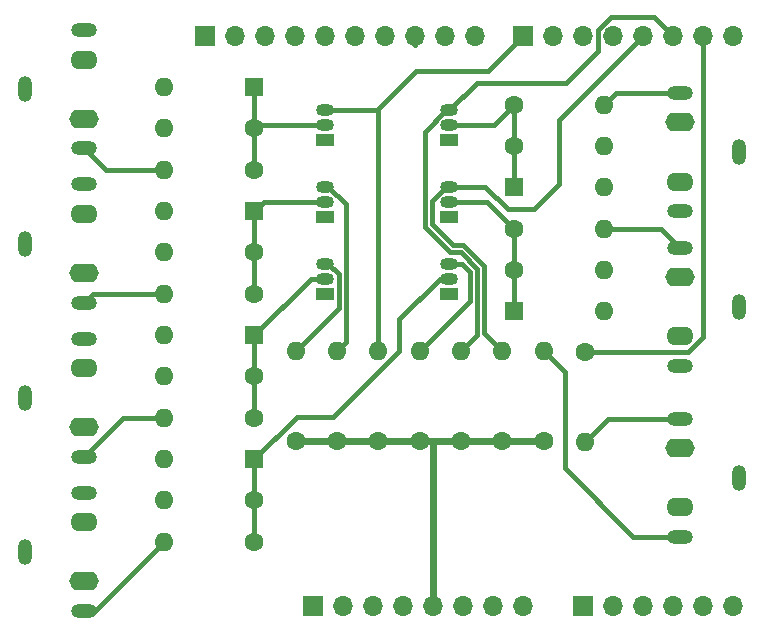
<source format=gbr>
%TF.GenerationSoftware,KiCad,Pcbnew,8.0.5*%
%TF.CreationDate,2024-10-10T19:48:49+01:00*%
%TF.ProjectId,ArduinoDrumTriggerMIDI,41726475-696e-46f4-9472-756d54726967,rev?*%
%TF.SameCoordinates,Original*%
%TF.FileFunction,Copper,L1,Top*%
%TF.FilePolarity,Positive*%
%FSLAX46Y46*%
G04 Gerber Fmt 4.6, Leading zero omitted, Abs format (unit mm)*
G04 Created by KiCad (PCBNEW 8.0.5) date 2024-10-10 19:48:49*
%MOMM*%
%LPD*%
G01*
G04 APERTURE LIST*
%TA.AperFunction,ComponentPad*%
%ADD10C,1.600000*%
%TD*%
%TA.AperFunction,ComponentPad*%
%ADD11O,1.600000X1.600000*%
%TD*%
%TA.AperFunction,ComponentPad*%
%ADD12O,2.200000X1.200000*%
%TD*%
%TA.AperFunction,ComponentPad*%
%ADD13O,2.300000X1.600000*%
%TD*%
%TA.AperFunction,ComponentPad*%
%ADD14O,1.200000X2.200000*%
%TD*%
%TA.AperFunction,ComponentPad*%
%ADD15O,2.500000X1.600000*%
%TD*%
%TA.AperFunction,ComponentPad*%
%ADD16R,1.500000X1.050000*%
%TD*%
%TA.AperFunction,ComponentPad*%
%ADD17O,1.500000X1.050000*%
%TD*%
%TA.AperFunction,ComponentPad*%
%ADD18R,1.600000X1.600000*%
%TD*%
%TA.AperFunction,ComponentPad*%
%ADD19R,1.700000X1.700000*%
%TD*%
%TA.AperFunction,ComponentPad*%
%ADD20O,1.700000X1.700000*%
%TD*%
%TA.AperFunction,Conductor*%
%ADD21C,0.400000*%
%TD*%
%TA.AperFunction,Conductor*%
%ADD22C,0.600000*%
%TD*%
G04 APERTURE END LIST*
D10*
%TO.P,R8,1*%
%TO.N,+5V*%
X147500000Y-83500000D03*
D11*
%TO.P,R8,2*%
%TO.N,Net-(J11-PadR)*%
X147500000Y-75880000D03*
%TD*%
D10*
%TO.P,R7,1*%
%TO.N,/MIDITX*%
X151000000Y-75900000D03*
D11*
%TO.P,R7,2*%
%TO.N,Net-(J11-PadT)*%
X151000000Y-83520000D03*
%TD*%
D12*
%TO.P,J11,R*%
%TO.N,Net-(J11-PadR)*%
X159000000Y-91600000D03*
D13*
%TO.P,J11,RN*%
%TO.N,unconnected-(J11-PadRN)*%
X159000000Y-89100000D03*
D14*
%TO.P,J11,S*%
%TO.N,GND*%
X164000000Y-86600000D03*
D12*
%TO.P,J11,T*%
%TO.N,Net-(J11-PadT)*%
X159000000Y-81600000D03*
D15*
%TO.P,J11,TN*%
%TO.N,unconnected-(J11-PadTN)*%
X159000000Y-84100000D03*
%TD*%
D11*
%TO.P,R21,2*%
%TO.N,/\u002A3*%
X144000000Y-75880000D03*
D10*
%TO.P,R21,1*%
%TO.N,+5V*%
X144000000Y-83500000D03*
%TD*%
%TO.P,R20,1*%
%TO.N,Net-(D6-K)*%
X145000000Y-69000000D03*
D11*
%TO.P,R20,2*%
%TO.N,GND*%
X152620000Y-69000000D03*
%TD*%
D10*
%TO.P,R19,1*%
%TO.N,Net-(D6-K)*%
X145000000Y-65500000D03*
D11*
%TO.P,R19,2*%
%TO.N,Net-(J9-PadT)*%
X152620000Y-65500000D03*
%TD*%
%TO.P,R18,2*%
%TO.N,/2*%
X140500000Y-75880000D03*
D10*
%TO.P,R18,1*%
%TO.N,+5V*%
X140500000Y-83500000D03*
%TD*%
%TO.P,R17,1*%
%TO.N,Net-(D5-K)*%
X145000000Y-58500000D03*
D11*
%TO.P,R17,2*%
%TO.N,GND*%
X152620000Y-58500000D03*
%TD*%
D10*
%TO.P,R16,1*%
%TO.N,Net-(D5-K)*%
X145000000Y-55000000D03*
D11*
%TO.P,R16,2*%
%TO.N,Net-(J10-PadT)*%
X152620000Y-55000000D03*
%TD*%
D10*
%TO.P,R15,1*%
%TO.N,+5V*%
X137000000Y-83500000D03*
D11*
%TO.P,R15,2*%
%TO.N,/4*%
X137000000Y-75880000D03*
%TD*%
D10*
%TO.P,R14,1*%
%TO.N,Net-(D4-K)*%
X123000000Y-88500000D03*
D11*
%TO.P,R14,2*%
%TO.N,GND*%
X115380000Y-88500000D03*
%TD*%
D10*
%TO.P,R13,1*%
%TO.N,Net-(D4-K)*%
X123000000Y-92000000D03*
D11*
%TO.P,R13,2*%
%TO.N,Net-(J8-PadT)*%
X115380000Y-92000000D03*
%TD*%
D10*
%TO.P,R12,1*%
%TO.N,+5V*%
X126500000Y-83500000D03*
D11*
%TO.P,R12,2*%
%TO.N,/\u002A5*%
X126500000Y-75880000D03*
%TD*%
D10*
%TO.P,R11,1*%
%TO.N,Net-(D3-K)*%
X123000000Y-78000000D03*
D11*
%TO.P,R11,2*%
%TO.N,GND*%
X115380000Y-78000000D03*
%TD*%
D10*
%TO.P,R10,1*%
%TO.N,Net-(D3-K)*%
X123000000Y-81500000D03*
D11*
%TO.P,R10,2*%
%TO.N,Net-(J7-PadT)*%
X115380000Y-81500000D03*
%TD*%
D10*
%TO.P,R6,1*%
%TO.N,+5V*%
X130000000Y-83500000D03*
D11*
%TO.P,R6,2*%
%TO.N,/\u002A6*%
X130000000Y-75880000D03*
%TD*%
D10*
%TO.P,R5,1*%
%TO.N,Net-(D2-K)*%
X123000000Y-67500000D03*
D11*
%TO.P,R5,2*%
%TO.N,GND*%
X115380000Y-67500000D03*
%TD*%
D10*
%TO.P,R4,1*%
%TO.N,Net-(D2-K)*%
X123000000Y-71000000D03*
D11*
%TO.P,R4,2*%
%TO.N,Net-(J6-PadT)*%
X115380000Y-71000000D03*
%TD*%
D10*
%TO.P,R3,1*%
%TO.N,+5V*%
X133500000Y-83500000D03*
D11*
%TO.P,R3,2*%
%TO.N,/7*%
X133500000Y-75880000D03*
%TD*%
D10*
%TO.P,R2,1*%
%TO.N,Net-(D1-K)*%
X123000000Y-57000000D03*
D11*
%TO.P,R2,2*%
%TO.N,GND*%
X115380000Y-57000000D03*
%TD*%
D10*
%TO.P,R1,1*%
%TO.N,Net-(D1-K)*%
X123000000Y-60500000D03*
D11*
%TO.P,R1,2*%
%TO.N,Net-(J5-PadT)*%
X115380000Y-60500000D03*
%TD*%
D16*
%TO.P,Q7,1,E*%
%TO.N,GND*%
X139500000Y-64500000D03*
D17*
%TO.P,Q7,2,B*%
%TO.N,Net-(D6-K)*%
X139500000Y-63230000D03*
%TO.P,Q7,3,C*%
%TO.N,/\u002A3*%
X139500000Y-61960000D03*
%TD*%
D16*
%TO.P,Q6,1,E*%
%TO.N,GND*%
X139500000Y-58000000D03*
D17*
%TO.P,Q6,2,B*%
%TO.N,Net-(D5-K)*%
X139500000Y-56730000D03*
%TO.P,Q6,3,C*%
%TO.N,/2*%
X139500000Y-55460000D03*
%TD*%
D16*
%TO.P,Q5,1,E*%
%TO.N,GND*%
X139500000Y-71000000D03*
D17*
%TO.P,Q5,2,B*%
%TO.N,Net-(D4-K)*%
X139500000Y-69730000D03*
%TO.P,Q5,3,C*%
%TO.N,/4*%
X139500000Y-68460000D03*
%TD*%
D16*
%TO.P,Q4,1,E*%
%TO.N,GND*%
X129000000Y-71000000D03*
D17*
%TO.P,Q4,2,B*%
%TO.N,Net-(D3-K)*%
X129000000Y-69730000D03*
%TO.P,Q4,3,C*%
%TO.N,/\u002A5*%
X129000000Y-68460000D03*
%TD*%
D16*
%TO.P,Q3,1,E*%
%TO.N,GND*%
X129000000Y-64500000D03*
D17*
%TO.P,Q3,2,B*%
%TO.N,Net-(D2-K)*%
X129000000Y-63230000D03*
%TO.P,Q3,3,C*%
%TO.N,/\u002A6*%
X129000000Y-61960000D03*
%TD*%
D16*
%TO.P,Q2,1,E*%
%TO.N,GND*%
X129000000Y-58000000D03*
D17*
%TO.P,Q2,2,B*%
%TO.N,Net-(D1-K)*%
X129000000Y-56730000D03*
%TO.P,Q2,3,C*%
%TO.N,/7*%
X129000000Y-55460000D03*
%TD*%
D18*
%TO.P,D6,1,K*%
%TO.N,Net-(D6-K)*%
X145000000Y-72500000D03*
D11*
%TO.P,D6,2,A*%
%TO.N,GND*%
X152620000Y-72500000D03*
%TD*%
D18*
%TO.P,D5,1,K*%
%TO.N,Net-(D5-K)*%
X145000000Y-62000000D03*
D11*
%TO.P,D5,2,A*%
%TO.N,GND*%
X152620000Y-62000000D03*
%TD*%
D18*
%TO.P,D4,1,K*%
%TO.N,Net-(D4-K)*%
X123000000Y-85000000D03*
D11*
%TO.P,D4,2,A*%
%TO.N,GND*%
X115380000Y-85000000D03*
%TD*%
D18*
%TO.P,D3,1,K*%
%TO.N,Net-(D3-K)*%
X123000000Y-74500000D03*
D11*
%TO.P,D3,2,A*%
%TO.N,GND*%
X115380000Y-74500000D03*
%TD*%
D18*
%TO.P,D2,1,K*%
%TO.N,Net-(D2-K)*%
X123000000Y-64000000D03*
D11*
%TO.P,D2,2,A*%
%TO.N,GND*%
X115380000Y-64000000D03*
%TD*%
D18*
%TO.P,D1,1,K*%
%TO.N,Net-(D1-K)*%
X123000000Y-53500000D03*
D11*
%TO.P,D1,2,A*%
%TO.N,GND*%
X115380000Y-53500000D03*
%TD*%
D19*
%TO.P,J1,1,Pin_1*%
%TO.N,unconnected-(J1-Pin_1-Pad1)*%
X127940000Y-97460000D03*
D20*
%TO.P,J1,2,Pin_2*%
%TO.N,/IOREF*%
X130480000Y-97460000D03*
%TO.P,J1,3,Pin_3*%
%TO.N,/~{RESET}*%
X133020000Y-97460000D03*
%TO.P,J1,4,Pin_4*%
%TO.N,+3V3*%
X135560000Y-97460000D03*
%TO.P,J1,5,Pin_5*%
%TO.N,+5V*%
X138100000Y-97460000D03*
%TO.P,J1,6,Pin_6*%
%TO.N,GND*%
X140640000Y-97460000D03*
%TO.P,J1,7,Pin_7*%
X143180000Y-97460000D03*
%TO.P,J1,8,Pin_8*%
%TO.N,VCC*%
X145720000Y-97460000D03*
%TD*%
D19*
%TO.P,J3,1,Pin_1*%
%TO.N,/A0*%
X150800000Y-97460000D03*
D20*
%TO.P,J3,2,Pin_2*%
%TO.N,/A1*%
X153340000Y-97460000D03*
%TO.P,J3,3,Pin_3*%
%TO.N,/A2*%
X155880000Y-97460000D03*
%TO.P,J3,4,Pin_4*%
%TO.N,/A3*%
X158420000Y-97460000D03*
%TO.P,J3,5,Pin_5*%
%TO.N,/SDA{slash}A4*%
X160960000Y-97460000D03*
%TO.P,J3,6,Pin_6*%
%TO.N,/SCL{slash}A5*%
X163500000Y-97460000D03*
%TD*%
D19*
%TO.P,J2,1,Pin_1*%
%TO.N,/SCL{slash}A5*%
X118796000Y-49200000D03*
D20*
%TO.P,J2,2,Pin_2*%
%TO.N,/SDA{slash}A4*%
X121336000Y-49200000D03*
%TO.P,J2,3,Pin_3*%
%TO.N,/AREF*%
X123876000Y-49200000D03*
%TO.P,J2,4,Pin_4*%
%TO.N,GND*%
X126416000Y-49200000D03*
%TO.P,J2,5,Pin_5*%
%TO.N,/13*%
X128956000Y-49200000D03*
%TO.P,J2,6,Pin_6*%
%TO.N,/12*%
X131496000Y-49200000D03*
%TO.P,J2,7,Pin_7*%
%TO.N,/\u002A11*%
X134036000Y-49200000D03*
%TO.P,J2,8,Pin_8*%
%TO.N,/\u002A10*%
X136576000Y-49200000D03*
%TO.P,J2,9,Pin_9*%
%TO.N,/\u002A9*%
X139116000Y-49200000D03*
%TO.P,J2,10,Pin_10*%
%TO.N,/8*%
X141656000Y-49200000D03*
%TD*%
D19*
%TO.P,J4,1,Pin_1*%
%TO.N,/7*%
X145720000Y-49200000D03*
D20*
%TO.P,J4,2,Pin_2*%
%TO.N,/\u002A6*%
X148260000Y-49200000D03*
%TO.P,J4,3,Pin_3*%
%TO.N,/\u002A5*%
X150800000Y-49200000D03*
%TO.P,J4,4,Pin_4*%
%TO.N,/4*%
X153340000Y-49200000D03*
%TO.P,J4,5,Pin_5*%
%TO.N,/\u002A3*%
X155880000Y-49200000D03*
%TO.P,J4,6,Pin_6*%
%TO.N,/2*%
X158420000Y-49200000D03*
%TO.P,J4,7,Pin_7*%
%TO.N,/MIDITX*%
X160960000Y-49200000D03*
%TO.P,J4,8,Pin_8*%
%TO.N,/RX{slash}0*%
X163500000Y-49200000D03*
%TD*%
D12*
%TO.P,J10,R*%
%TO.N,unconnected-(J10-PadR)*%
X159000000Y-64000000D03*
D13*
%TO.P,J10,RN*%
%TO.N,unconnected-(J10-PadRN)*%
X159000000Y-61500000D03*
D14*
%TO.P,J10,S*%
%TO.N,GND*%
X164000000Y-59000000D03*
D12*
%TO.P,J10,T*%
%TO.N,Net-(J10-PadT)*%
X159000000Y-54000000D03*
D15*
%TO.P,J10,TN*%
%TO.N,unconnected-(J10-PadTN)*%
X159000000Y-56500000D03*
%TD*%
D12*
%TO.P,J8,R*%
%TO.N,unconnected-(J8-PadR)*%
X108600000Y-87850000D03*
D13*
%TO.P,J8,RN*%
%TO.N,unconnected-(J8-PadRN)*%
X108600000Y-90350000D03*
D14*
%TO.P,J8,S*%
%TO.N,GND*%
X103600000Y-92850000D03*
D12*
%TO.P,J8,T*%
%TO.N,Net-(J8-PadT)*%
X108600000Y-97850000D03*
D15*
%TO.P,J8,TN*%
%TO.N,unconnected-(J8-PadTN)*%
X108600000Y-95350000D03*
%TD*%
D12*
%TO.P,J9,R*%
%TO.N,unconnected-(J9-PadR)*%
X159000000Y-77100000D03*
D13*
%TO.P,J9,RN*%
%TO.N,unconnected-(J9-PadRN)*%
X159000000Y-74600000D03*
D14*
%TO.P,J9,S*%
%TO.N,GND*%
X164000000Y-72100000D03*
D12*
%TO.P,J9,T*%
%TO.N,Net-(J9-PadT)*%
X159000000Y-67100000D03*
D15*
%TO.P,J9,TN*%
%TO.N,unconnected-(J9-PadTN)*%
X159000000Y-69600000D03*
%TD*%
D12*
%TO.P,J6,R*%
%TO.N,unconnected-(J6-PadR)*%
X108600000Y-61750000D03*
D13*
%TO.P,J6,RN*%
%TO.N,unconnected-(J6-PadRN)*%
X108600000Y-64250000D03*
D14*
%TO.P,J6,S*%
%TO.N,GND*%
X103600000Y-66750000D03*
D12*
%TO.P,J6,T*%
%TO.N,Net-(J6-PadT)*%
X108600000Y-71750000D03*
D15*
%TO.P,J6,TN*%
%TO.N,unconnected-(J6-PadTN)*%
X108600000Y-69250000D03*
%TD*%
D12*
%TO.P,J5,R*%
%TO.N,unconnected-(J5-PadR)*%
X108600000Y-48700000D03*
D13*
%TO.P,J5,RN*%
%TO.N,unconnected-(J5-PadRN)*%
X108600000Y-51200000D03*
D14*
%TO.P,J5,S*%
%TO.N,GND*%
X103600000Y-53700000D03*
D12*
%TO.P,J5,T*%
%TO.N,Net-(J5-PadT)*%
X108600000Y-58700000D03*
D15*
%TO.P,J5,TN*%
%TO.N,unconnected-(J5-PadTN)*%
X108600000Y-56200000D03*
%TD*%
D12*
%TO.P,J7,R*%
%TO.N,unconnected-(J7-PadR)*%
X108600000Y-74800000D03*
D13*
%TO.P,J7,RN*%
%TO.N,unconnected-(J7-PadRN)*%
X108600000Y-77300000D03*
D14*
%TO.P,J7,S*%
%TO.N,GND*%
X103600000Y-79800000D03*
D12*
%TO.P,J7,T*%
%TO.N,Net-(J7-PadT)*%
X108600000Y-84800000D03*
D15*
%TO.P,J7,TN*%
%TO.N,unconnected-(J7-PadTN)*%
X108600000Y-82300000D03*
%TD*%
D21*
%TO.N,/2*%
X156820000Y-47600000D02*
X158420000Y-49200000D01*
X153172233Y-47600000D02*
X156820000Y-47600000D01*
X152090000Y-48682233D02*
X153172233Y-47600000D01*
X152090000Y-50450000D02*
X152090000Y-48682233D01*
X149410000Y-53130000D02*
X152090000Y-50450000D01*
%TO.N,/\u002A3*%
X148820000Y-56260000D02*
X155880000Y-49200000D01*
X148820000Y-61700000D02*
X148820000Y-56260000D01*
X144430000Y-63830000D02*
X146690000Y-63830000D01*
X142560000Y-61960000D02*
X144430000Y-63830000D01*
X139500000Y-61960000D02*
X142560000Y-61960000D01*
X146690000Y-63830000D02*
X148820000Y-61700000D01*
%TO.N,/2*%
X141830000Y-53130000D02*
X149410000Y-53130000D01*
X139500000Y-55460000D02*
X141830000Y-53130000D01*
%TO.N,/7*%
X133380000Y-55460000D02*
X129000000Y-55460000D01*
X133500000Y-55340000D02*
X133380000Y-55460000D01*
X142750000Y-52170000D02*
X145720000Y-49200000D01*
X136670000Y-52170000D02*
X142750000Y-52170000D01*
X133500000Y-55340000D02*
X136670000Y-52170000D01*
X133500000Y-75880000D02*
X133500000Y-55340000D01*
%TO.N,/\u002A6*%
X130750000Y-63446852D02*
X130750000Y-75130000D01*
X130750000Y-75130000D02*
X130000000Y-75880000D01*
X129263148Y-61960000D02*
X130750000Y-63446852D01*
X129000000Y-61960000D02*
X129263148Y-61960000D01*
%TO.N,/\u002A5*%
X130150000Y-69346852D02*
X130150000Y-72230000D01*
X129263148Y-68460000D02*
X130150000Y-69346852D01*
X129000000Y-68460000D02*
X129263148Y-68460000D01*
X130150000Y-72230000D02*
X126500000Y-75880000D01*
%TO.N,Net-(D4-K)*%
X126600000Y-81400000D02*
X123000000Y-85000000D01*
X135250000Y-75827057D02*
X129677057Y-81400000D01*
X135250000Y-73175000D02*
X135250000Y-75827057D01*
X138695000Y-69730000D02*
X135250000Y-73175000D01*
X139500000Y-69730000D02*
X138695000Y-69730000D01*
X129677057Y-81400000D02*
X126600000Y-81400000D01*
%TO.N,Net-(D3-K)*%
X127770000Y-69730000D02*
X123000000Y-74500000D01*
X129000000Y-69730000D02*
X127770000Y-69730000D01*
X123000000Y-81500000D02*
X123000000Y-78000000D01*
X123000000Y-74500000D02*
X123000000Y-78000000D01*
%TO.N,Net-(D2-K)*%
X123770000Y-63230000D02*
X123000000Y-64000000D01*
X129000000Y-63230000D02*
X123770000Y-63230000D01*
X123000000Y-71000000D02*
X123000000Y-67500000D01*
X123000000Y-64000000D02*
X123000000Y-67500000D01*
%TO.N,Net-(D1-K)*%
X123270000Y-56730000D02*
X123000000Y-57000000D01*
X129000000Y-56730000D02*
X123270000Y-56730000D01*
X123000000Y-60500000D02*
X123000000Y-57000000D01*
X123000000Y-53500000D02*
X123000000Y-57000000D01*
%TO.N,/7*%
X145720000Y-49200000D02*
X145720000Y-49240000D01*
%TO.N,/MIDITX*%
X159747056Y-75900000D02*
X151000000Y-75900000D01*
X160960000Y-74687056D02*
X159747056Y-75900000D01*
X160960000Y-49200000D02*
X160960000Y-74687056D01*
%TO.N,Net-(J10-PadT)*%
X153620000Y-54000000D02*
X152620000Y-55000000D01*
X159000000Y-54000000D02*
X153620000Y-54000000D01*
%TO.N,Net-(J9-PadT)*%
X157400000Y-65500000D02*
X159000000Y-67100000D01*
X152620000Y-65500000D02*
X157400000Y-65500000D01*
%TO.N,/\u002A3*%
X142460000Y-68672944D02*
X142460000Y-74340000D01*
X139848528Y-66910000D02*
X140697056Y-66910000D01*
X138010000Y-65071472D02*
X139848528Y-66910000D01*
X140697056Y-66910000D02*
X142460000Y-68672944D01*
X138010000Y-63186852D02*
X138010000Y-65071472D01*
X139236852Y-61960000D02*
X138010000Y-63186852D01*
X139500000Y-61960000D02*
X139236852Y-61960000D01*
X142460000Y-74340000D02*
X144000000Y-75880000D01*
%TO.N,/2*%
X140448528Y-67510000D02*
X141860000Y-68921472D01*
X139600000Y-67510000D02*
X140448528Y-67510000D01*
X137410000Y-65320000D02*
X139600000Y-67510000D01*
X141860000Y-74520000D02*
X140500000Y-75880000D01*
X139236852Y-55460000D02*
X137410000Y-57286852D01*
X141860000Y-68921472D02*
X141860000Y-74520000D01*
X139500000Y-55460000D02*
X139236852Y-55460000D01*
X137410000Y-57286852D02*
X137410000Y-65320000D01*
%TO.N,Net-(D5-K)*%
X143270000Y-56730000D02*
X145000000Y-55000000D01*
X139500000Y-56730000D02*
X143270000Y-56730000D01*
X145000000Y-62000000D02*
X145000000Y-58500000D01*
X145000000Y-55000000D02*
X145000000Y-58500000D01*
%TO.N,Net-(D6-K)*%
X145000000Y-72500000D02*
X145000000Y-69000000D01*
X145000000Y-69000000D02*
X145000000Y-65500000D01*
X142730000Y-63230000D02*
X145000000Y-65500000D01*
X139500000Y-63230000D02*
X142730000Y-63230000D01*
%TO.N,/4*%
X141250000Y-71630000D02*
X137000000Y-75880000D01*
X141250000Y-69160000D02*
X141250000Y-71630000D01*
X140550000Y-68460000D02*
X141250000Y-69160000D01*
X139500000Y-68460000D02*
X140550000Y-68460000D01*
%TO.N,Net-(J11-PadR)*%
X155070000Y-91600000D02*
X159000000Y-91600000D01*
X149260000Y-85790000D02*
X155070000Y-91600000D01*
X149260000Y-77640000D02*
X149260000Y-85790000D01*
X147500000Y-75880000D02*
X149260000Y-77640000D01*
%TO.N,Net-(J11-PadT)*%
X152920000Y-81600000D02*
X151000000Y-83520000D01*
X159000000Y-81600000D02*
X152920000Y-81600000D01*
D22*
%TO.N,+5V*%
X138160000Y-83500000D02*
X147500000Y-83500000D01*
X138100000Y-97460000D02*
X138100000Y-83560000D01*
X138100000Y-83560000D02*
X138160000Y-83500000D01*
X126500000Y-83500000D02*
X138160000Y-83500000D01*
D21*
%TO.N,Net-(D4-K)*%
X123000000Y-85000000D02*
X123000000Y-88500000D01*
X123000000Y-92000000D02*
X123000000Y-88500000D01*
%TO.N,Net-(J8-PadT)*%
X109530000Y-97850000D02*
X108600000Y-97850000D01*
X115380000Y-92000000D02*
X109530000Y-97850000D01*
%TO.N,Net-(J7-PadT)*%
X111900000Y-81500000D02*
X108600000Y-84800000D01*
X115380000Y-81500000D02*
X111900000Y-81500000D01*
%TO.N,Net-(J6-PadT)*%
X109350000Y-71000000D02*
X108600000Y-71750000D01*
X115380000Y-71000000D02*
X109350000Y-71000000D01*
%TO.N,Net-(J5-PadT)*%
X115380000Y-60500000D02*
X110400000Y-60500000D01*
X110400000Y-60500000D02*
X108600000Y-58700000D01*
D22*
%TO.N,+5V*%
X138100000Y-97460000D02*
X138100000Y-97080000D01*
D21*
%TO.N,/\u002A10*%
X136576000Y-49952528D02*
X136576000Y-49200000D01*
%TO.N,Net-(J6-PadT)*%
X108600000Y-71750000D02*
X109130000Y-71750000D01*
%TD*%
M02*

</source>
